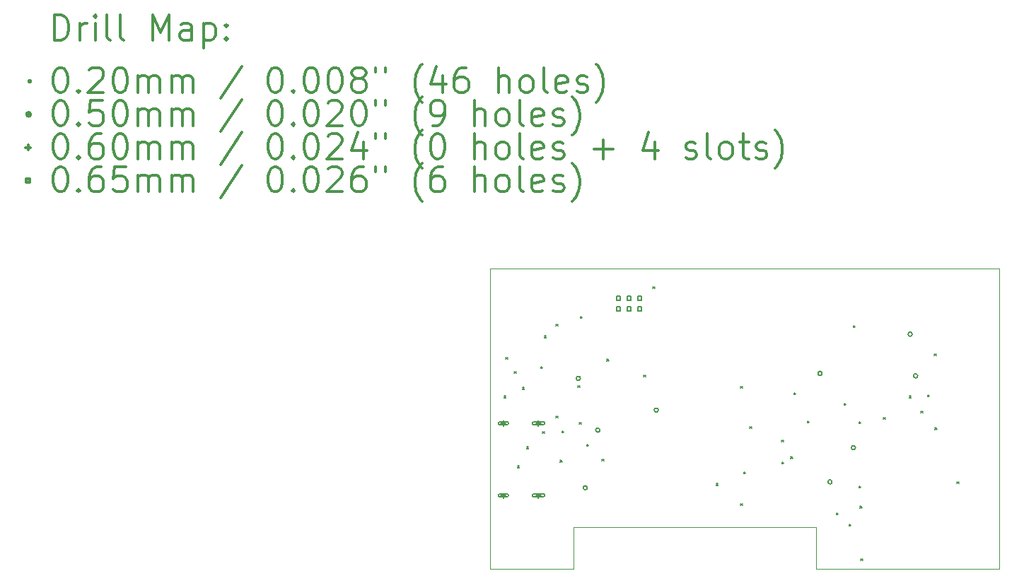
<source format=gbr>
%FSLAX45Y45*%
G04 Gerber Fmt 4.5, Leading zero omitted, Abs format (unit mm)*
G04 Created by KiCad (PCBNEW (5.1.5)-3) date 2020-05-02 18:33:43*
%MOMM*%
%LPD*%
G04 APERTURE LIST*
%TA.AperFunction,Profile*%
%ADD10C,0.050000*%
%TD*%
%TA.AperFunction,Profile*%
%ADD11C,0.100000*%
%TD*%
%ADD12C,0.200000*%
%ADD13C,0.300000*%
G04 APERTURE END LIST*
D10*
X6500000Y-6800000D02*
X5500000Y-6800000D01*
X6500000Y-6300000D02*
X6500000Y-6800000D01*
X6900000Y-6300000D02*
X6500000Y-6300000D01*
X9400000Y-6300000D02*
X6900000Y-6300000D01*
X9400000Y-6800000D02*
X9400000Y-6300000D01*
X11100000Y-6800000D02*
X9400000Y-6800000D01*
D11*
X5500000Y-3200000D02*
X5500000Y-3300000D01*
X11600000Y-3200000D02*
X5500000Y-3200000D01*
X11600000Y-3300000D02*
X11600000Y-3200000D01*
X11600000Y-3300000D02*
X11600000Y-6800000D01*
X11600000Y-6800000D02*
X11100000Y-6800000D01*
X5500000Y-6800000D02*
X5500000Y-3300000D01*
D12*
X5670000Y-4730000D02*
X5690000Y-4750000D01*
X5690000Y-4730000D02*
X5670000Y-4750000D01*
X5690000Y-4270000D02*
X5710000Y-4290000D01*
X5710000Y-4270000D02*
X5690000Y-4290000D01*
X5790000Y-4440000D02*
X5810000Y-4460000D01*
X5810000Y-4440000D02*
X5790000Y-4460000D01*
X5830000Y-5570000D02*
X5850000Y-5590000D01*
X5850000Y-5570000D02*
X5830000Y-5590000D01*
X5890000Y-4630000D02*
X5910000Y-4650000D01*
X5910000Y-4630000D02*
X5890000Y-4650000D01*
X5940000Y-5340000D02*
X5960000Y-5360000D01*
X5960000Y-5340000D02*
X5940000Y-5360000D01*
X6110000Y-4380000D02*
X6130000Y-4400000D01*
X6130000Y-4380000D02*
X6110000Y-4400000D01*
X6130000Y-5160000D02*
X6150000Y-5180000D01*
X6150000Y-5160000D02*
X6130000Y-5180000D01*
X6150000Y-4010000D02*
X6170000Y-4030000D01*
X6170000Y-4010000D02*
X6150000Y-4030000D01*
X6290000Y-3870000D02*
X6310000Y-3890000D01*
X6310000Y-3870000D02*
X6290000Y-3890000D01*
X6290000Y-4970000D02*
X6310000Y-4990000D01*
X6310000Y-4970000D02*
X6290000Y-4990000D01*
X6340000Y-5500000D02*
X6360000Y-5520000D01*
X6360000Y-5500000D02*
X6340000Y-5520000D01*
X6360000Y-5150000D02*
X6380000Y-5170000D01*
X6380000Y-5150000D02*
X6360000Y-5170000D01*
X6553750Y-4606250D02*
X6573750Y-4626250D01*
X6573750Y-4606250D02*
X6553750Y-4626250D01*
X6570000Y-5050000D02*
X6590000Y-5070000D01*
X6590000Y-5050000D02*
X6570000Y-5070000D01*
X6580000Y-3780000D02*
X6600000Y-3800000D01*
X6600000Y-3780000D02*
X6580000Y-3800000D01*
X6660000Y-5310000D02*
X6680000Y-5330000D01*
X6680000Y-5310000D02*
X6660000Y-5330000D01*
X6840000Y-5490000D02*
X6860000Y-5510000D01*
X6860000Y-5490000D02*
X6840000Y-5510000D01*
X6900000Y-4290000D02*
X6920000Y-4310000D01*
X6920000Y-4290000D02*
X6900000Y-4310000D01*
X7340000Y-4480000D02*
X7360000Y-4500000D01*
X7360000Y-4480000D02*
X7340000Y-4500000D01*
X7450000Y-3420000D02*
X7470000Y-3440000D01*
X7470000Y-3420000D02*
X7450000Y-3440000D01*
X8210000Y-5780000D02*
X8230000Y-5800000D01*
X8230000Y-5780000D02*
X8210000Y-5800000D01*
X8500000Y-4615000D02*
X8520000Y-4635000D01*
X8520000Y-4615000D02*
X8500000Y-4635000D01*
X8500000Y-6020000D02*
X8520000Y-6040000D01*
X8520000Y-6020000D02*
X8500000Y-6040000D01*
X8540000Y-5640000D02*
X8560000Y-5660000D01*
X8560000Y-5640000D02*
X8540000Y-5660000D01*
X8610000Y-5100000D02*
X8630000Y-5120000D01*
X8630000Y-5100000D02*
X8610000Y-5120000D01*
X8990000Y-5260000D02*
X9010000Y-5280000D01*
X9010000Y-5260000D02*
X8990000Y-5280000D01*
X8995000Y-5520000D02*
X9015000Y-5540000D01*
X9015000Y-5520000D02*
X8995000Y-5540000D01*
X9100000Y-5460000D02*
X9120000Y-5480000D01*
X9120000Y-5460000D02*
X9100000Y-5480000D01*
X9140000Y-4690000D02*
X9160000Y-4710000D01*
X9160000Y-4690000D02*
X9140000Y-4710000D01*
X9300000Y-5030000D02*
X9320000Y-5050000D01*
X9320000Y-5030000D02*
X9300000Y-5050000D01*
X9650000Y-6130000D02*
X9670000Y-6150000D01*
X9670000Y-6130000D02*
X9650000Y-6150000D01*
X9740000Y-4820000D02*
X9760000Y-4840000D01*
X9760000Y-4820000D02*
X9740000Y-4840000D01*
X9800000Y-6265000D02*
X9820000Y-6285000D01*
X9820000Y-6265000D02*
X9800000Y-6285000D01*
X9850000Y-3890000D02*
X9870000Y-3910000D01*
X9870000Y-3890000D02*
X9850000Y-3910000D01*
X9920000Y-5040000D02*
X9940000Y-5060000D01*
X9940000Y-5040000D02*
X9920000Y-5060000D01*
X9920000Y-5810000D02*
X9940000Y-5830000D01*
X9940000Y-5810000D02*
X9920000Y-5830000D01*
X9930000Y-6050000D02*
X9950000Y-6070000D01*
X9950000Y-6050000D02*
X9930000Y-6070000D01*
X9940000Y-6680000D02*
X9960000Y-6700000D01*
X9960000Y-6680000D02*
X9940000Y-6700000D01*
X10210000Y-4990000D02*
X10230000Y-5010000D01*
X10230000Y-4990000D02*
X10210000Y-5010000D01*
X10520000Y-4730000D02*
X10540000Y-4750000D01*
X10540000Y-4730000D02*
X10520000Y-4750000D01*
X10660000Y-4910000D02*
X10680000Y-4930000D01*
X10680000Y-4910000D02*
X10660000Y-4930000D01*
X10740000Y-4720000D02*
X10760000Y-4740000D01*
X10760000Y-4720000D02*
X10740000Y-4740000D01*
X10820000Y-4225000D02*
X10840000Y-4245000D01*
X10840000Y-4225000D02*
X10820000Y-4245000D01*
X10830000Y-5110000D02*
X10850000Y-5130000D01*
X10850000Y-5110000D02*
X10830000Y-5130000D01*
X11090000Y-5760000D02*
X11110000Y-5780000D01*
X11110000Y-5760000D02*
X11090000Y-5780000D01*
X6582698Y-4520000D02*
G75*
G03X6582698Y-4520000I-25000J0D01*
G01*
X6665000Y-5830000D02*
G75*
G03X6665000Y-5830000I-25000J0D01*
G01*
X6815000Y-5140000D02*
G75*
G03X6815000Y-5140000I-25000J0D01*
G01*
X7515000Y-4900000D02*
G75*
G03X7515000Y-4900000I-25000J0D01*
G01*
X9475000Y-4460000D02*
G75*
G03X9475000Y-4460000I-25000J0D01*
G01*
X9595000Y-5760000D02*
G75*
G03X9595000Y-5760000I-25000J0D01*
G01*
X9875000Y-5350000D02*
G75*
G03X9875000Y-5350000I-25000J0D01*
G01*
X10555000Y-3990000D02*
G75*
G03X10555000Y-3990000I-25000J0D01*
G01*
X10620000Y-4490000D02*
G75*
G03X10620000Y-4490000I-25000J0D01*
G01*
X5660000Y-5028000D02*
X5660000Y-5088000D01*
X5630000Y-5058000D02*
X5690000Y-5058000D01*
X5700000Y-5038000D02*
X5620000Y-5038000D01*
X5700000Y-5078000D02*
X5620000Y-5078000D01*
X5620000Y-5038000D02*
G75*
G03X5620000Y-5078000I0J-20000D01*
G01*
X5700000Y-5078000D02*
G75*
G03X5700000Y-5038000I0J20000D01*
G01*
X5660000Y-5892000D02*
X5660000Y-5952000D01*
X5630000Y-5922000D02*
X5690000Y-5922000D01*
X5700000Y-5902000D02*
X5620000Y-5902000D01*
X5700000Y-5942000D02*
X5620000Y-5942000D01*
X5620000Y-5902000D02*
G75*
G03X5620000Y-5942000I0J-20000D01*
G01*
X5700000Y-5942000D02*
G75*
G03X5700000Y-5902000I0J20000D01*
G01*
X6078000Y-5028000D02*
X6078000Y-5088000D01*
X6048000Y-5058000D02*
X6108000Y-5058000D01*
X6133000Y-5038000D02*
X6023000Y-5038000D01*
X6133000Y-5078000D02*
X6023000Y-5078000D01*
X6023000Y-5038000D02*
G75*
G03X6023000Y-5078000I0J-20000D01*
G01*
X6133000Y-5078000D02*
G75*
G03X6133000Y-5038000I0J20000D01*
G01*
X6078000Y-5892000D02*
X6078000Y-5952000D01*
X6048000Y-5922000D02*
X6108000Y-5922000D01*
X6133000Y-5902000D02*
X6023000Y-5902000D01*
X6133000Y-5942000D02*
X6023000Y-5942000D01*
X6023000Y-5902000D02*
G75*
G03X6023000Y-5942000I0J-20000D01*
G01*
X6133000Y-5942000D02*
G75*
G03X6133000Y-5902000I0J20000D01*
G01*
X7058981Y-3582981D02*
X7058981Y-3537019D01*
X7013019Y-3537019D01*
X7013019Y-3582981D01*
X7058981Y-3582981D01*
X7058981Y-3709981D02*
X7058981Y-3664019D01*
X7013019Y-3664019D01*
X7013019Y-3709981D01*
X7058981Y-3709981D01*
X7185981Y-3582981D02*
X7185981Y-3537019D01*
X7140019Y-3537019D01*
X7140019Y-3582981D01*
X7185981Y-3582981D01*
X7185981Y-3709981D02*
X7185981Y-3664019D01*
X7140019Y-3664019D01*
X7140019Y-3709981D01*
X7185981Y-3709981D01*
X7312981Y-3582981D02*
X7312981Y-3537019D01*
X7267019Y-3537019D01*
X7267019Y-3582981D01*
X7312981Y-3582981D01*
X7312981Y-3709981D02*
X7312981Y-3664019D01*
X7267019Y-3664019D01*
X7267019Y-3709981D01*
X7312981Y-3709981D01*
D13*
X286429Y-465714D02*
X286429Y-165714D01*
X357857Y-165714D01*
X400714Y-180000D01*
X429286Y-208571D01*
X443571Y-237143D01*
X457857Y-294286D01*
X457857Y-337143D01*
X443571Y-394286D01*
X429286Y-422857D01*
X400714Y-451428D01*
X357857Y-465714D01*
X286429Y-465714D01*
X586429Y-465714D02*
X586429Y-265714D01*
X586429Y-322857D02*
X600714Y-294286D01*
X615000Y-280000D01*
X643571Y-265714D01*
X672143Y-265714D01*
X772143Y-465714D02*
X772143Y-265714D01*
X772143Y-165714D02*
X757857Y-180000D01*
X772143Y-194286D01*
X786428Y-180000D01*
X772143Y-165714D01*
X772143Y-194286D01*
X957857Y-465714D02*
X929286Y-451428D01*
X915000Y-422857D01*
X915000Y-165714D01*
X1115000Y-465714D02*
X1086429Y-451428D01*
X1072143Y-422857D01*
X1072143Y-165714D01*
X1457857Y-465714D02*
X1457857Y-165714D01*
X1557857Y-380000D01*
X1657857Y-165714D01*
X1657857Y-465714D01*
X1929286Y-465714D02*
X1929286Y-308571D01*
X1915000Y-280000D01*
X1886428Y-265714D01*
X1829286Y-265714D01*
X1800714Y-280000D01*
X1929286Y-451428D02*
X1900714Y-465714D01*
X1829286Y-465714D01*
X1800714Y-451428D01*
X1786428Y-422857D01*
X1786428Y-394286D01*
X1800714Y-365714D01*
X1829286Y-351428D01*
X1900714Y-351428D01*
X1929286Y-337143D01*
X2072143Y-265714D02*
X2072143Y-565714D01*
X2072143Y-280000D02*
X2100714Y-265714D01*
X2157857Y-265714D01*
X2186429Y-280000D01*
X2200714Y-294286D01*
X2215000Y-322857D01*
X2215000Y-408571D01*
X2200714Y-437143D01*
X2186429Y-451428D01*
X2157857Y-465714D01*
X2100714Y-465714D01*
X2072143Y-451428D01*
X2343571Y-437143D02*
X2357857Y-451428D01*
X2343571Y-465714D01*
X2329286Y-451428D01*
X2343571Y-437143D01*
X2343571Y-465714D01*
X2343571Y-280000D02*
X2357857Y-294286D01*
X2343571Y-308571D01*
X2329286Y-294286D01*
X2343571Y-280000D01*
X2343571Y-308571D01*
X-20000Y-950000D02*
X0Y-970000D01*
X0Y-950000D02*
X-20000Y-970000D01*
X343571Y-795714D02*
X372143Y-795714D01*
X400714Y-810000D01*
X415000Y-824286D01*
X429286Y-852857D01*
X443571Y-910000D01*
X443571Y-981428D01*
X429286Y-1038571D01*
X415000Y-1067143D01*
X400714Y-1081429D01*
X372143Y-1095714D01*
X343571Y-1095714D01*
X315000Y-1081429D01*
X300714Y-1067143D01*
X286429Y-1038571D01*
X272143Y-981428D01*
X272143Y-910000D01*
X286429Y-852857D01*
X300714Y-824286D01*
X315000Y-810000D01*
X343571Y-795714D01*
X572143Y-1067143D02*
X586429Y-1081429D01*
X572143Y-1095714D01*
X557857Y-1081429D01*
X572143Y-1067143D01*
X572143Y-1095714D01*
X700714Y-824286D02*
X715000Y-810000D01*
X743571Y-795714D01*
X815000Y-795714D01*
X843571Y-810000D01*
X857857Y-824286D01*
X872143Y-852857D01*
X872143Y-881428D01*
X857857Y-924286D01*
X686429Y-1095714D01*
X872143Y-1095714D01*
X1057857Y-795714D02*
X1086429Y-795714D01*
X1115000Y-810000D01*
X1129286Y-824286D01*
X1143571Y-852857D01*
X1157857Y-910000D01*
X1157857Y-981428D01*
X1143571Y-1038571D01*
X1129286Y-1067143D01*
X1115000Y-1081429D01*
X1086429Y-1095714D01*
X1057857Y-1095714D01*
X1029286Y-1081429D01*
X1015000Y-1067143D01*
X1000714Y-1038571D01*
X986428Y-981428D01*
X986428Y-910000D01*
X1000714Y-852857D01*
X1015000Y-824286D01*
X1029286Y-810000D01*
X1057857Y-795714D01*
X1286429Y-1095714D02*
X1286429Y-895714D01*
X1286429Y-924286D02*
X1300714Y-910000D01*
X1329286Y-895714D01*
X1372143Y-895714D01*
X1400714Y-910000D01*
X1415000Y-938571D01*
X1415000Y-1095714D01*
X1415000Y-938571D02*
X1429286Y-910000D01*
X1457857Y-895714D01*
X1500714Y-895714D01*
X1529286Y-910000D01*
X1543571Y-938571D01*
X1543571Y-1095714D01*
X1686428Y-1095714D02*
X1686428Y-895714D01*
X1686428Y-924286D02*
X1700714Y-910000D01*
X1729286Y-895714D01*
X1772143Y-895714D01*
X1800714Y-910000D01*
X1815000Y-938571D01*
X1815000Y-1095714D01*
X1815000Y-938571D02*
X1829286Y-910000D01*
X1857857Y-895714D01*
X1900714Y-895714D01*
X1929286Y-910000D01*
X1943571Y-938571D01*
X1943571Y-1095714D01*
X2529286Y-781428D02*
X2272143Y-1167143D01*
X2915000Y-795714D02*
X2943571Y-795714D01*
X2972143Y-810000D01*
X2986428Y-824286D01*
X3000714Y-852857D01*
X3015000Y-910000D01*
X3015000Y-981428D01*
X3000714Y-1038571D01*
X2986428Y-1067143D01*
X2972143Y-1081429D01*
X2943571Y-1095714D01*
X2915000Y-1095714D01*
X2886428Y-1081429D01*
X2872143Y-1067143D01*
X2857857Y-1038571D01*
X2843571Y-981428D01*
X2843571Y-910000D01*
X2857857Y-852857D01*
X2872143Y-824286D01*
X2886428Y-810000D01*
X2915000Y-795714D01*
X3143571Y-1067143D02*
X3157857Y-1081429D01*
X3143571Y-1095714D01*
X3129286Y-1081429D01*
X3143571Y-1067143D01*
X3143571Y-1095714D01*
X3343571Y-795714D02*
X3372143Y-795714D01*
X3400714Y-810000D01*
X3415000Y-824286D01*
X3429286Y-852857D01*
X3443571Y-910000D01*
X3443571Y-981428D01*
X3429286Y-1038571D01*
X3415000Y-1067143D01*
X3400714Y-1081429D01*
X3372143Y-1095714D01*
X3343571Y-1095714D01*
X3315000Y-1081429D01*
X3300714Y-1067143D01*
X3286428Y-1038571D01*
X3272143Y-981428D01*
X3272143Y-910000D01*
X3286428Y-852857D01*
X3300714Y-824286D01*
X3315000Y-810000D01*
X3343571Y-795714D01*
X3629286Y-795714D02*
X3657857Y-795714D01*
X3686428Y-810000D01*
X3700714Y-824286D01*
X3715000Y-852857D01*
X3729286Y-910000D01*
X3729286Y-981428D01*
X3715000Y-1038571D01*
X3700714Y-1067143D01*
X3686428Y-1081429D01*
X3657857Y-1095714D01*
X3629286Y-1095714D01*
X3600714Y-1081429D01*
X3586428Y-1067143D01*
X3572143Y-1038571D01*
X3557857Y-981428D01*
X3557857Y-910000D01*
X3572143Y-852857D01*
X3586428Y-824286D01*
X3600714Y-810000D01*
X3629286Y-795714D01*
X3900714Y-924286D02*
X3872143Y-910000D01*
X3857857Y-895714D01*
X3843571Y-867143D01*
X3843571Y-852857D01*
X3857857Y-824286D01*
X3872143Y-810000D01*
X3900714Y-795714D01*
X3957857Y-795714D01*
X3986428Y-810000D01*
X4000714Y-824286D01*
X4015000Y-852857D01*
X4015000Y-867143D01*
X4000714Y-895714D01*
X3986428Y-910000D01*
X3957857Y-924286D01*
X3900714Y-924286D01*
X3872143Y-938571D01*
X3857857Y-952857D01*
X3843571Y-981428D01*
X3843571Y-1038571D01*
X3857857Y-1067143D01*
X3872143Y-1081429D01*
X3900714Y-1095714D01*
X3957857Y-1095714D01*
X3986428Y-1081429D01*
X4000714Y-1067143D01*
X4015000Y-1038571D01*
X4015000Y-981428D01*
X4000714Y-952857D01*
X3986428Y-938571D01*
X3957857Y-924286D01*
X4129286Y-795714D02*
X4129286Y-852857D01*
X4243571Y-795714D02*
X4243571Y-852857D01*
X4686429Y-1210000D02*
X4672143Y-1195714D01*
X4643571Y-1152857D01*
X4629286Y-1124286D01*
X4615000Y-1081429D01*
X4600714Y-1010000D01*
X4600714Y-952857D01*
X4615000Y-881428D01*
X4629286Y-838571D01*
X4643571Y-810000D01*
X4672143Y-767143D01*
X4686429Y-752857D01*
X4929286Y-895714D02*
X4929286Y-1095714D01*
X4857857Y-781428D02*
X4786429Y-995714D01*
X4972143Y-995714D01*
X5215000Y-795714D02*
X5157857Y-795714D01*
X5129286Y-810000D01*
X5115000Y-824286D01*
X5086429Y-867143D01*
X5072143Y-924286D01*
X5072143Y-1038571D01*
X5086429Y-1067143D01*
X5100714Y-1081429D01*
X5129286Y-1095714D01*
X5186429Y-1095714D01*
X5215000Y-1081429D01*
X5229286Y-1067143D01*
X5243571Y-1038571D01*
X5243571Y-967143D01*
X5229286Y-938571D01*
X5215000Y-924286D01*
X5186429Y-910000D01*
X5129286Y-910000D01*
X5100714Y-924286D01*
X5086429Y-938571D01*
X5072143Y-967143D01*
X5600714Y-1095714D02*
X5600714Y-795714D01*
X5729286Y-1095714D02*
X5729286Y-938571D01*
X5715000Y-910000D01*
X5686428Y-895714D01*
X5643571Y-895714D01*
X5615000Y-910000D01*
X5600714Y-924286D01*
X5915000Y-1095714D02*
X5886428Y-1081429D01*
X5872143Y-1067143D01*
X5857857Y-1038571D01*
X5857857Y-952857D01*
X5872143Y-924286D01*
X5886428Y-910000D01*
X5915000Y-895714D01*
X5957857Y-895714D01*
X5986428Y-910000D01*
X6000714Y-924286D01*
X6015000Y-952857D01*
X6015000Y-1038571D01*
X6000714Y-1067143D01*
X5986428Y-1081429D01*
X5957857Y-1095714D01*
X5915000Y-1095714D01*
X6186428Y-1095714D02*
X6157857Y-1081429D01*
X6143571Y-1052857D01*
X6143571Y-795714D01*
X6415000Y-1081429D02*
X6386428Y-1095714D01*
X6329286Y-1095714D01*
X6300714Y-1081429D01*
X6286428Y-1052857D01*
X6286428Y-938571D01*
X6300714Y-910000D01*
X6329286Y-895714D01*
X6386428Y-895714D01*
X6415000Y-910000D01*
X6429286Y-938571D01*
X6429286Y-967143D01*
X6286428Y-995714D01*
X6543571Y-1081429D02*
X6572143Y-1095714D01*
X6629286Y-1095714D01*
X6657857Y-1081429D01*
X6672143Y-1052857D01*
X6672143Y-1038571D01*
X6657857Y-1010000D01*
X6629286Y-995714D01*
X6586428Y-995714D01*
X6557857Y-981428D01*
X6543571Y-952857D01*
X6543571Y-938571D01*
X6557857Y-910000D01*
X6586428Y-895714D01*
X6629286Y-895714D01*
X6657857Y-910000D01*
X6772143Y-1210000D02*
X6786428Y-1195714D01*
X6815000Y-1152857D01*
X6829286Y-1124286D01*
X6843571Y-1081429D01*
X6857857Y-1010000D01*
X6857857Y-952857D01*
X6843571Y-881428D01*
X6829286Y-838571D01*
X6815000Y-810000D01*
X6786428Y-767143D01*
X6772143Y-752857D01*
X0Y-1356000D02*
G75*
G03X0Y-1356000I-25000J0D01*
G01*
X343571Y-1191714D02*
X372143Y-1191714D01*
X400714Y-1206000D01*
X415000Y-1220286D01*
X429286Y-1248857D01*
X443571Y-1306000D01*
X443571Y-1377429D01*
X429286Y-1434571D01*
X415000Y-1463143D01*
X400714Y-1477428D01*
X372143Y-1491714D01*
X343571Y-1491714D01*
X315000Y-1477428D01*
X300714Y-1463143D01*
X286429Y-1434571D01*
X272143Y-1377429D01*
X272143Y-1306000D01*
X286429Y-1248857D01*
X300714Y-1220286D01*
X315000Y-1206000D01*
X343571Y-1191714D01*
X572143Y-1463143D02*
X586429Y-1477428D01*
X572143Y-1491714D01*
X557857Y-1477428D01*
X572143Y-1463143D01*
X572143Y-1491714D01*
X857857Y-1191714D02*
X715000Y-1191714D01*
X700714Y-1334571D01*
X715000Y-1320286D01*
X743571Y-1306000D01*
X815000Y-1306000D01*
X843571Y-1320286D01*
X857857Y-1334571D01*
X872143Y-1363143D01*
X872143Y-1434571D01*
X857857Y-1463143D01*
X843571Y-1477428D01*
X815000Y-1491714D01*
X743571Y-1491714D01*
X715000Y-1477428D01*
X700714Y-1463143D01*
X1057857Y-1191714D02*
X1086429Y-1191714D01*
X1115000Y-1206000D01*
X1129286Y-1220286D01*
X1143571Y-1248857D01*
X1157857Y-1306000D01*
X1157857Y-1377429D01*
X1143571Y-1434571D01*
X1129286Y-1463143D01*
X1115000Y-1477428D01*
X1086429Y-1491714D01*
X1057857Y-1491714D01*
X1029286Y-1477428D01*
X1015000Y-1463143D01*
X1000714Y-1434571D01*
X986428Y-1377429D01*
X986428Y-1306000D01*
X1000714Y-1248857D01*
X1015000Y-1220286D01*
X1029286Y-1206000D01*
X1057857Y-1191714D01*
X1286429Y-1491714D02*
X1286429Y-1291714D01*
X1286429Y-1320286D02*
X1300714Y-1306000D01*
X1329286Y-1291714D01*
X1372143Y-1291714D01*
X1400714Y-1306000D01*
X1415000Y-1334571D01*
X1415000Y-1491714D01*
X1415000Y-1334571D02*
X1429286Y-1306000D01*
X1457857Y-1291714D01*
X1500714Y-1291714D01*
X1529286Y-1306000D01*
X1543571Y-1334571D01*
X1543571Y-1491714D01*
X1686428Y-1491714D02*
X1686428Y-1291714D01*
X1686428Y-1320286D02*
X1700714Y-1306000D01*
X1729286Y-1291714D01*
X1772143Y-1291714D01*
X1800714Y-1306000D01*
X1815000Y-1334571D01*
X1815000Y-1491714D01*
X1815000Y-1334571D02*
X1829286Y-1306000D01*
X1857857Y-1291714D01*
X1900714Y-1291714D01*
X1929286Y-1306000D01*
X1943571Y-1334571D01*
X1943571Y-1491714D01*
X2529286Y-1177429D02*
X2272143Y-1563143D01*
X2915000Y-1191714D02*
X2943571Y-1191714D01*
X2972143Y-1206000D01*
X2986428Y-1220286D01*
X3000714Y-1248857D01*
X3015000Y-1306000D01*
X3015000Y-1377429D01*
X3000714Y-1434571D01*
X2986428Y-1463143D01*
X2972143Y-1477428D01*
X2943571Y-1491714D01*
X2915000Y-1491714D01*
X2886428Y-1477428D01*
X2872143Y-1463143D01*
X2857857Y-1434571D01*
X2843571Y-1377429D01*
X2843571Y-1306000D01*
X2857857Y-1248857D01*
X2872143Y-1220286D01*
X2886428Y-1206000D01*
X2915000Y-1191714D01*
X3143571Y-1463143D02*
X3157857Y-1477428D01*
X3143571Y-1491714D01*
X3129286Y-1477428D01*
X3143571Y-1463143D01*
X3143571Y-1491714D01*
X3343571Y-1191714D02*
X3372143Y-1191714D01*
X3400714Y-1206000D01*
X3415000Y-1220286D01*
X3429286Y-1248857D01*
X3443571Y-1306000D01*
X3443571Y-1377429D01*
X3429286Y-1434571D01*
X3415000Y-1463143D01*
X3400714Y-1477428D01*
X3372143Y-1491714D01*
X3343571Y-1491714D01*
X3315000Y-1477428D01*
X3300714Y-1463143D01*
X3286428Y-1434571D01*
X3272143Y-1377429D01*
X3272143Y-1306000D01*
X3286428Y-1248857D01*
X3300714Y-1220286D01*
X3315000Y-1206000D01*
X3343571Y-1191714D01*
X3557857Y-1220286D02*
X3572143Y-1206000D01*
X3600714Y-1191714D01*
X3672143Y-1191714D01*
X3700714Y-1206000D01*
X3715000Y-1220286D01*
X3729286Y-1248857D01*
X3729286Y-1277429D01*
X3715000Y-1320286D01*
X3543571Y-1491714D01*
X3729286Y-1491714D01*
X3915000Y-1191714D02*
X3943571Y-1191714D01*
X3972143Y-1206000D01*
X3986428Y-1220286D01*
X4000714Y-1248857D01*
X4015000Y-1306000D01*
X4015000Y-1377429D01*
X4000714Y-1434571D01*
X3986428Y-1463143D01*
X3972143Y-1477428D01*
X3943571Y-1491714D01*
X3915000Y-1491714D01*
X3886428Y-1477428D01*
X3872143Y-1463143D01*
X3857857Y-1434571D01*
X3843571Y-1377429D01*
X3843571Y-1306000D01*
X3857857Y-1248857D01*
X3872143Y-1220286D01*
X3886428Y-1206000D01*
X3915000Y-1191714D01*
X4129286Y-1191714D02*
X4129286Y-1248857D01*
X4243571Y-1191714D02*
X4243571Y-1248857D01*
X4686429Y-1606000D02*
X4672143Y-1591714D01*
X4643571Y-1548857D01*
X4629286Y-1520286D01*
X4615000Y-1477428D01*
X4600714Y-1406000D01*
X4600714Y-1348857D01*
X4615000Y-1277429D01*
X4629286Y-1234571D01*
X4643571Y-1206000D01*
X4672143Y-1163143D01*
X4686429Y-1148857D01*
X4815000Y-1491714D02*
X4872143Y-1491714D01*
X4900714Y-1477428D01*
X4915000Y-1463143D01*
X4943571Y-1420286D01*
X4957857Y-1363143D01*
X4957857Y-1248857D01*
X4943571Y-1220286D01*
X4929286Y-1206000D01*
X4900714Y-1191714D01*
X4843571Y-1191714D01*
X4815000Y-1206000D01*
X4800714Y-1220286D01*
X4786429Y-1248857D01*
X4786429Y-1320286D01*
X4800714Y-1348857D01*
X4815000Y-1363143D01*
X4843571Y-1377429D01*
X4900714Y-1377429D01*
X4929286Y-1363143D01*
X4943571Y-1348857D01*
X4957857Y-1320286D01*
X5315000Y-1491714D02*
X5315000Y-1191714D01*
X5443571Y-1491714D02*
X5443571Y-1334571D01*
X5429286Y-1306000D01*
X5400714Y-1291714D01*
X5357857Y-1291714D01*
X5329286Y-1306000D01*
X5315000Y-1320286D01*
X5629286Y-1491714D02*
X5600714Y-1477428D01*
X5586429Y-1463143D01*
X5572143Y-1434571D01*
X5572143Y-1348857D01*
X5586429Y-1320286D01*
X5600714Y-1306000D01*
X5629286Y-1291714D01*
X5672143Y-1291714D01*
X5700714Y-1306000D01*
X5715000Y-1320286D01*
X5729286Y-1348857D01*
X5729286Y-1434571D01*
X5715000Y-1463143D01*
X5700714Y-1477428D01*
X5672143Y-1491714D01*
X5629286Y-1491714D01*
X5900714Y-1491714D02*
X5872143Y-1477428D01*
X5857857Y-1448857D01*
X5857857Y-1191714D01*
X6129286Y-1477428D02*
X6100714Y-1491714D01*
X6043571Y-1491714D01*
X6015000Y-1477428D01*
X6000714Y-1448857D01*
X6000714Y-1334571D01*
X6015000Y-1306000D01*
X6043571Y-1291714D01*
X6100714Y-1291714D01*
X6129286Y-1306000D01*
X6143571Y-1334571D01*
X6143571Y-1363143D01*
X6000714Y-1391714D01*
X6257857Y-1477428D02*
X6286428Y-1491714D01*
X6343571Y-1491714D01*
X6372143Y-1477428D01*
X6386428Y-1448857D01*
X6386428Y-1434571D01*
X6372143Y-1406000D01*
X6343571Y-1391714D01*
X6300714Y-1391714D01*
X6272143Y-1377429D01*
X6257857Y-1348857D01*
X6257857Y-1334571D01*
X6272143Y-1306000D01*
X6300714Y-1291714D01*
X6343571Y-1291714D01*
X6372143Y-1306000D01*
X6486428Y-1606000D02*
X6500714Y-1591714D01*
X6529286Y-1548857D01*
X6543571Y-1520286D01*
X6557857Y-1477428D01*
X6572143Y-1406000D01*
X6572143Y-1348857D01*
X6557857Y-1277429D01*
X6543571Y-1234571D01*
X6529286Y-1206000D01*
X6500714Y-1163143D01*
X6486428Y-1148857D01*
X-30000Y-1722000D02*
X-30000Y-1782000D01*
X-60000Y-1752000D02*
X0Y-1752000D01*
X343571Y-1587714D02*
X372143Y-1587714D01*
X400714Y-1602000D01*
X415000Y-1616286D01*
X429286Y-1644857D01*
X443571Y-1702000D01*
X443571Y-1773428D01*
X429286Y-1830571D01*
X415000Y-1859143D01*
X400714Y-1873428D01*
X372143Y-1887714D01*
X343571Y-1887714D01*
X315000Y-1873428D01*
X300714Y-1859143D01*
X286429Y-1830571D01*
X272143Y-1773428D01*
X272143Y-1702000D01*
X286429Y-1644857D01*
X300714Y-1616286D01*
X315000Y-1602000D01*
X343571Y-1587714D01*
X572143Y-1859143D02*
X586429Y-1873428D01*
X572143Y-1887714D01*
X557857Y-1873428D01*
X572143Y-1859143D01*
X572143Y-1887714D01*
X843571Y-1587714D02*
X786428Y-1587714D01*
X757857Y-1602000D01*
X743571Y-1616286D01*
X715000Y-1659143D01*
X700714Y-1716286D01*
X700714Y-1830571D01*
X715000Y-1859143D01*
X729286Y-1873428D01*
X757857Y-1887714D01*
X815000Y-1887714D01*
X843571Y-1873428D01*
X857857Y-1859143D01*
X872143Y-1830571D01*
X872143Y-1759143D01*
X857857Y-1730571D01*
X843571Y-1716286D01*
X815000Y-1702000D01*
X757857Y-1702000D01*
X729286Y-1716286D01*
X715000Y-1730571D01*
X700714Y-1759143D01*
X1057857Y-1587714D02*
X1086429Y-1587714D01*
X1115000Y-1602000D01*
X1129286Y-1616286D01*
X1143571Y-1644857D01*
X1157857Y-1702000D01*
X1157857Y-1773428D01*
X1143571Y-1830571D01*
X1129286Y-1859143D01*
X1115000Y-1873428D01*
X1086429Y-1887714D01*
X1057857Y-1887714D01*
X1029286Y-1873428D01*
X1015000Y-1859143D01*
X1000714Y-1830571D01*
X986428Y-1773428D01*
X986428Y-1702000D01*
X1000714Y-1644857D01*
X1015000Y-1616286D01*
X1029286Y-1602000D01*
X1057857Y-1587714D01*
X1286429Y-1887714D02*
X1286429Y-1687714D01*
X1286429Y-1716286D02*
X1300714Y-1702000D01*
X1329286Y-1687714D01*
X1372143Y-1687714D01*
X1400714Y-1702000D01*
X1415000Y-1730571D01*
X1415000Y-1887714D01*
X1415000Y-1730571D02*
X1429286Y-1702000D01*
X1457857Y-1687714D01*
X1500714Y-1687714D01*
X1529286Y-1702000D01*
X1543571Y-1730571D01*
X1543571Y-1887714D01*
X1686428Y-1887714D02*
X1686428Y-1687714D01*
X1686428Y-1716286D02*
X1700714Y-1702000D01*
X1729286Y-1687714D01*
X1772143Y-1687714D01*
X1800714Y-1702000D01*
X1815000Y-1730571D01*
X1815000Y-1887714D01*
X1815000Y-1730571D02*
X1829286Y-1702000D01*
X1857857Y-1687714D01*
X1900714Y-1687714D01*
X1929286Y-1702000D01*
X1943571Y-1730571D01*
X1943571Y-1887714D01*
X2529286Y-1573428D02*
X2272143Y-1959143D01*
X2915000Y-1587714D02*
X2943571Y-1587714D01*
X2972143Y-1602000D01*
X2986428Y-1616286D01*
X3000714Y-1644857D01*
X3015000Y-1702000D01*
X3015000Y-1773428D01*
X3000714Y-1830571D01*
X2986428Y-1859143D01*
X2972143Y-1873428D01*
X2943571Y-1887714D01*
X2915000Y-1887714D01*
X2886428Y-1873428D01*
X2872143Y-1859143D01*
X2857857Y-1830571D01*
X2843571Y-1773428D01*
X2843571Y-1702000D01*
X2857857Y-1644857D01*
X2872143Y-1616286D01*
X2886428Y-1602000D01*
X2915000Y-1587714D01*
X3143571Y-1859143D02*
X3157857Y-1873428D01*
X3143571Y-1887714D01*
X3129286Y-1873428D01*
X3143571Y-1859143D01*
X3143571Y-1887714D01*
X3343571Y-1587714D02*
X3372143Y-1587714D01*
X3400714Y-1602000D01*
X3415000Y-1616286D01*
X3429286Y-1644857D01*
X3443571Y-1702000D01*
X3443571Y-1773428D01*
X3429286Y-1830571D01*
X3415000Y-1859143D01*
X3400714Y-1873428D01*
X3372143Y-1887714D01*
X3343571Y-1887714D01*
X3315000Y-1873428D01*
X3300714Y-1859143D01*
X3286428Y-1830571D01*
X3272143Y-1773428D01*
X3272143Y-1702000D01*
X3286428Y-1644857D01*
X3300714Y-1616286D01*
X3315000Y-1602000D01*
X3343571Y-1587714D01*
X3557857Y-1616286D02*
X3572143Y-1602000D01*
X3600714Y-1587714D01*
X3672143Y-1587714D01*
X3700714Y-1602000D01*
X3715000Y-1616286D01*
X3729286Y-1644857D01*
X3729286Y-1673428D01*
X3715000Y-1716286D01*
X3543571Y-1887714D01*
X3729286Y-1887714D01*
X3986428Y-1687714D02*
X3986428Y-1887714D01*
X3915000Y-1573428D02*
X3843571Y-1787714D01*
X4029286Y-1787714D01*
X4129286Y-1587714D02*
X4129286Y-1644857D01*
X4243571Y-1587714D02*
X4243571Y-1644857D01*
X4686429Y-2002000D02*
X4672143Y-1987714D01*
X4643571Y-1944857D01*
X4629286Y-1916286D01*
X4615000Y-1873428D01*
X4600714Y-1802000D01*
X4600714Y-1744857D01*
X4615000Y-1673428D01*
X4629286Y-1630571D01*
X4643571Y-1602000D01*
X4672143Y-1559143D01*
X4686429Y-1544857D01*
X4857857Y-1587714D02*
X4886429Y-1587714D01*
X4915000Y-1602000D01*
X4929286Y-1616286D01*
X4943571Y-1644857D01*
X4957857Y-1702000D01*
X4957857Y-1773428D01*
X4943571Y-1830571D01*
X4929286Y-1859143D01*
X4915000Y-1873428D01*
X4886429Y-1887714D01*
X4857857Y-1887714D01*
X4829286Y-1873428D01*
X4815000Y-1859143D01*
X4800714Y-1830571D01*
X4786429Y-1773428D01*
X4786429Y-1702000D01*
X4800714Y-1644857D01*
X4815000Y-1616286D01*
X4829286Y-1602000D01*
X4857857Y-1587714D01*
X5315000Y-1887714D02*
X5315000Y-1587714D01*
X5443571Y-1887714D02*
X5443571Y-1730571D01*
X5429286Y-1702000D01*
X5400714Y-1687714D01*
X5357857Y-1687714D01*
X5329286Y-1702000D01*
X5315000Y-1716286D01*
X5629286Y-1887714D02*
X5600714Y-1873428D01*
X5586429Y-1859143D01*
X5572143Y-1830571D01*
X5572143Y-1744857D01*
X5586429Y-1716286D01*
X5600714Y-1702000D01*
X5629286Y-1687714D01*
X5672143Y-1687714D01*
X5700714Y-1702000D01*
X5715000Y-1716286D01*
X5729286Y-1744857D01*
X5729286Y-1830571D01*
X5715000Y-1859143D01*
X5700714Y-1873428D01*
X5672143Y-1887714D01*
X5629286Y-1887714D01*
X5900714Y-1887714D02*
X5872143Y-1873428D01*
X5857857Y-1844857D01*
X5857857Y-1587714D01*
X6129286Y-1873428D02*
X6100714Y-1887714D01*
X6043571Y-1887714D01*
X6015000Y-1873428D01*
X6000714Y-1844857D01*
X6000714Y-1730571D01*
X6015000Y-1702000D01*
X6043571Y-1687714D01*
X6100714Y-1687714D01*
X6129286Y-1702000D01*
X6143571Y-1730571D01*
X6143571Y-1759143D01*
X6000714Y-1787714D01*
X6257857Y-1873428D02*
X6286428Y-1887714D01*
X6343571Y-1887714D01*
X6372143Y-1873428D01*
X6386428Y-1844857D01*
X6386428Y-1830571D01*
X6372143Y-1802000D01*
X6343571Y-1787714D01*
X6300714Y-1787714D01*
X6272143Y-1773428D01*
X6257857Y-1744857D01*
X6257857Y-1730571D01*
X6272143Y-1702000D01*
X6300714Y-1687714D01*
X6343571Y-1687714D01*
X6372143Y-1702000D01*
X6743571Y-1773428D02*
X6972143Y-1773428D01*
X6857857Y-1887714D02*
X6857857Y-1659143D01*
X7472143Y-1687714D02*
X7472143Y-1887714D01*
X7400714Y-1573428D02*
X7329286Y-1787714D01*
X7515000Y-1787714D01*
X7843571Y-1873428D02*
X7872143Y-1887714D01*
X7929286Y-1887714D01*
X7957857Y-1873428D01*
X7972143Y-1844857D01*
X7972143Y-1830571D01*
X7957857Y-1802000D01*
X7929286Y-1787714D01*
X7886428Y-1787714D01*
X7857857Y-1773428D01*
X7843571Y-1744857D01*
X7843571Y-1730571D01*
X7857857Y-1702000D01*
X7886428Y-1687714D01*
X7929286Y-1687714D01*
X7957857Y-1702000D01*
X8143571Y-1887714D02*
X8115000Y-1873428D01*
X8100714Y-1844857D01*
X8100714Y-1587714D01*
X8300714Y-1887714D02*
X8272143Y-1873428D01*
X8257857Y-1859143D01*
X8243571Y-1830571D01*
X8243571Y-1744857D01*
X8257857Y-1716286D01*
X8272143Y-1702000D01*
X8300714Y-1687714D01*
X8343571Y-1687714D01*
X8372143Y-1702000D01*
X8386428Y-1716286D01*
X8400714Y-1744857D01*
X8400714Y-1830571D01*
X8386428Y-1859143D01*
X8372143Y-1873428D01*
X8343571Y-1887714D01*
X8300714Y-1887714D01*
X8486429Y-1687714D02*
X8600714Y-1687714D01*
X8529286Y-1587714D02*
X8529286Y-1844857D01*
X8543571Y-1873428D01*
X8572143Y-1887714D01*
X8600714Y-1887714D01*
X8686429Y-1873428D02*
X8715000Y-1887714D01*
X8772143Y-1887714D01*
X8800714Y-1873428D01*
X8815000Y-1844857D01*
X8815000Y-1830571D01*
X8800714Y-1802000D01*
X8772143Y-1787714D01*
X8729286Y-1787714D01*
X8700714Y-1773428D01*
X8686429Y-1744857D01*
X8686429Y-1730571D01*
X8700714Y-1702000D01*
X8729286Y-1687714D01*
X8772143Y-1687714D01*
X8800714Y-1702000D01*
X8915000Y-2002000D02*
X8929286Y-1987714D01*
X8957857Y-1944857D01*
X8972143Y-1916286D01*
X8986429Y-1873428D01*
X9000714Y-1802000D01*
X9000714Y-1744857D01*
X8986429Y-1673428D01*
X8972143Y-1630571D01*
X8957857Y-1602000D01*
X8929286Y-1559143D01*
X8915000Y-1544857D01*
X-9519Y-2170981D02*
X-9519Y-2125019D01*
X-55481Y-2125019D01*
X-55481Y-2170981D01*
X-9519Y-2170981D01*
X343571Y-1983714D02*
X372143Y-1983714D01*
X400714Y-1998000D01*
X415000Y-2012286D01*
X429286Y-2040857D01*
X443571Y-2098000D01*
X443571Y-2169429D01*
X429286Y-2226571D01*
X415000Y-2255143D01*
X400714Y-2269429D01*
X372143Y-2283714D01*
X343571Y-2283714D01*
X315000Y-2269429D01*
X300714Y-2255143D01*
X286429Y-2226571D01*
X272143Y-2169429D01*
X272143Y-2098000D01*
X286429Y-2040857D01*
X300714Y-2012286D01*
X315000Y-1998000D01*
X343571Y-1983714D01*
X572143Y-2255143D02*
X586429Y-2269429D01*
X572143Y-2283714D01*
X557857Y-2269429D01*
X572143Y-2255143D01*
X572143Y-2283714D01*
X843571Y-1983714D02*
X786428Y-1983714D01*
X757857Y-1998000D01*
X743571Y-2012286D01*
X715000Y-2055143D01*
X700714Y-2112286D01*
X700714Y-2226571D01*
X715000Y-2255143D01*
X729286Y-2269429D01*
X757857Y-2283714D01*
X815000Y-2283714D01*
X843571Y-2269429D01*
X857857Y-2255143D01*
X872143Y-2226571D01*
X872143Y-2155143D01*
X857857Y-2126571D01*
X843571Y-2112286D01*
X815000Y-2098000D01*
X757857Y-2098000D01*
X729286Y-2112286D01*
X715000Y-2126571D01*
X700714Y-2155143D01*
X1143571Y-1983714D02*
X1000714Y-1983714D01*
X986428Y-2126571D01*
X1000714Y-2112286D01*
X1029286Y-2098000D01*
X1100714Y-2098000D01*
X1129286Y-2112286D01*
X1143571Y-2126571D01*
X1157857Y-2155143D01*
X1157857Y-2226571D01*
X1143571Y-2255143D01*
X1129286Y-2269429D01*
X1100714Y-2283714D01*
X1029286Y-2283714D01*
X1000714Y-2269429D01*
X986428Y-2255143D01*
X1286429Y-2283714D02*
X1286429Y-2083714D01*
X1286429Y-2112286D02*
X1300714Y-2098000D01*
X1329286Y-2083714D01*
X1372143Y-2083714D01*
X1400714Y-2098000D01*
X1415000Y-2126571D01*
X1415000Y-2283714D01*
X1415000Y-2126571D02*
X1429286Y-2098000D01*
X1457857Y-2083714D01*
X1500714Y-2083714D01*
X1529286Y-2098000D01*
X1543571Y-2126571D01*
X1543571Y-2283714D01*
X1686428Y-2283714D02*
X1686428Y-2083714D01*
X1686428Y-2112286D02*
X1700714Y-2098000D01*
X1729286Y-2083714D01*
X1772143Y-2083714D01*
X1800714Y-2098000D01*
X1815000Y-2126571D01*
X1815000Y-2283714D01*
X1815000Y-2126571D02*
X1829286Y-2098000D01*
X1857857Y-2083714D01*
X1900714Y-2083714D01*
X1929286Y-2098000D01*
X1943571Y-2126571D01*
X1943571Y-2283714D01*
X2529286Y-1969428D02*
X2272143Y-2355143D01*
X2915000Y-1983714D02*
X2943571Y-1983714D01*
X2972143Y-1998000D01*
X2986428Y-2012286D01*
X3000714Y-2040857D01*
X3015000Y-2098000D01*
X3015000Y-2169429D01*
X3000714Y-2226571D01*
X2986428Y-2255143D01*
X2972143Y-2269429D01*
X2943571Y-2283714D01*
X2915000Y-2283714D01*
X2886428Y-2269429D01*
X2872143Y-2255143D01*
X2857857Y-2226571D01*
X2843571Y-2169429D01*
X2843571Y-2098000D01*
X2857857Y-2040857D01*
X2872143Y-2012286D01*
X2886428Y-1998000D01*
X2915000Y-1983714D01*
X3143571Y-2255143D02*
X3157857Y-2269429D01*
X3143571Y-2283714D01*
X3129286Y-2269429D01*
X3143571Y-2255143D01*
X3143571Y-2283714D01*
X3343571Y-1983714D02*
X3372143Y-1983714D01*
X3400714Y-1998000D01*
X3415000Y-2012286D01*
X3429286Y-2040857D01*
X3443571Y-2098000D01*
X3443571Y-2169429D01*
X3429286Y-2226571D01*
X3415000Y-2255143D01*
X3400714Y-2269429D01*
X3372143Y-2283714D01*
X3343571Y-2283714D01*
X3315000Y-2269429D01*
X3300714Y-2255143D01*
X3286428Y-2226571D01*
X3272143Y-2169429D01*
X3272143Y-2098000D01*
X3286428Y-2040857D01*
X3300714Y-2012286D01*
X3315000Y-1998000D01*
X3343571Y-1983714D01*
X3557857Y-2012286D02*
X3572143Y-1998000D01*
X3600714Y-1983714D01*
X3672143Y-1983714D01*
X3700714Y-1998000D01*
X3715000Y-2012286D01*
X3729286Y-2040857D01*
X3729286Y-2069428D01*
X3715000Y-2112286D01*
X3543571Y-2283714D01*
X3729286Y-2283714D01*
X3986428Y-1983714D02*
X3929286Y-1983714D01*
X3900714Y-1998000D01*
X3886428Y-2012286D01*
X3857857Y-2055143D01*
X3843571Y-2112286D01*
X3843571Y-2226571D01*
X3857857Y-2255143D01*
X3872143Y-2269429D01*
X3900714Y-2283714D01*
X3957857Y-2283714D01*
X3986428Y-2269429D01*
X4000714Y-2255143D01*
X4015000Y-2226571D01*
X4015000Y-2155143D01*
X4000714Y-2126571D01*
X3986428Y-2112286D01*
X3957857Y-2098000D01*
X3900714Y-2098000D01*
X3872143Y-2112286D01*
X3857857Y-2126571D01*
X3843571Y-2155143D01*
X4129286Y-1983714D02*
X4129286Y-2040857D01*
X4243571Y-1983714D02*
X4243571Y-2040857D01*
X4686429Y-2398000D02*
X4672143Y-2383714D01*
X4643571Y-2340857D01*
X4629286Y-2312286D01*
X4615000Y-2269429D01*
X4600714Y-2198000D01*
X4600714Y-2140857D01*
X4615000Y-2069428D01*
X4629286Y-2026571D01*
X4643571Y-1998000D01*
X4672143Y-1955143D01*
X4686429Y-1940857D01*
X4929286Y-1983714D02*
X4872143Y-1983714D01*
X4843571Y-1998000D01*
X4829286Y-2012286D01*
X4800714Y-2055143D01*
X4786429Y-2112286D01*
X4786429Y-2226571D01*
X4800714Y-2255143D01*
X4815000Y-2269429D01*
X4843571Y-2283714D01*
X4900714Y-2283714D01*
X4929286Y-2269429D01*
X4943571Y-2255143D01*
X4957857Y-2226571D01*
X4957857Y-2155143D01*
X4943571Y-2126571D01*
X4929286Y-2112286D01*
X4900714Y-2098000D01*
X4843571Y-2098000D01*
X4815000Y-2112286D01*
X4800714Y-2126571D01*
X4786429Y-2155143D01*
X5315000Y-2283714D02*
X5315000Y-1983714D01*
X5443571Y-2283714D02*
X5443571Y-2126571D01*
X5429286Y-2098000D01*
X5400714Y-2083714D01*
X5357857Y-2083714D01*
X5329286Y-2098000D01*
X5315000Y-2112286D01*
X5629286Y-2283714D02*
X5600714Y-2269429D01*
X5586429Y-2255143D01*
X5572143Y-2226571D01*
X5572143Y-2140857D01*
X5586429Y-2112286D01*
X5600714Y-2098000D01*
X5629286Y-2083714D01*
X5672143Y-2083714D01*
X5700714Y-2098000D01*
X5715000Y-2112286D01*
X5729286Y-2140857D01*
X5729286Y-2226571D01*
X5715000Y-2255143D01*
X5700714Y-2269429D01*
X5672143Y-2283714D01*
X5629286Y-2283714D01*
X5900714Y-2283714D02*
X5872143Y-2269429D01*
X5857857Y-2240857D01*
X5857857Y-1983714D01*
X6129286Y-2269429D02*
X6100714Y-2283714D01*
X6043571Y-2283714D01*
X6015000Y-2269429D01*
X6000714Y-2240857D01*
X6000714Y-2126571D01*
X6015000Y-2098000D01*
X6043571Y-2083714D01*
X6100714Y-2083714D01*
X6129286Y-2098000D01*
X6143571Y-2126571D01*
X6143571Y-2155143D01*
X6000714Y-2183714D01*
X6257857Y-2269429D02*
X6286428Y-2283714D01*
X6343571Y-2283714D01*
X6372143Y-2269429D01*
X6386428Y-2240857D01*
X6386428Y-2226571D01*
X6372143Y-2198000D01*
X6343571Y-2183714D01*
X6300714Y-2183714D01*
X6272143Y-2169429D01*
X6257857Y-2140857D01*
X6257857Y-2126571D01*
X6272143Y-2098000D01*
X6300714Y-2083714D01*
X6343571Y-2083714D01*
X6372143Y-2098000D01*
X6486428Y-2398000D02*
X6500714Y-2383714D01*
X6529286Y-2340857D01*
X6543571Y-2312286D01*
X6557857Y-2269429D01*
X6572143Y-2198000D01*
X6572143Y-2140857D01*
X6557857Y-2069428D01*
X6543571Y-2026571D01*
X6529286Y-1998000D01*
X6500714Y-1955143D01*
X6486428Y-1940857D01*
M02*

</source>
